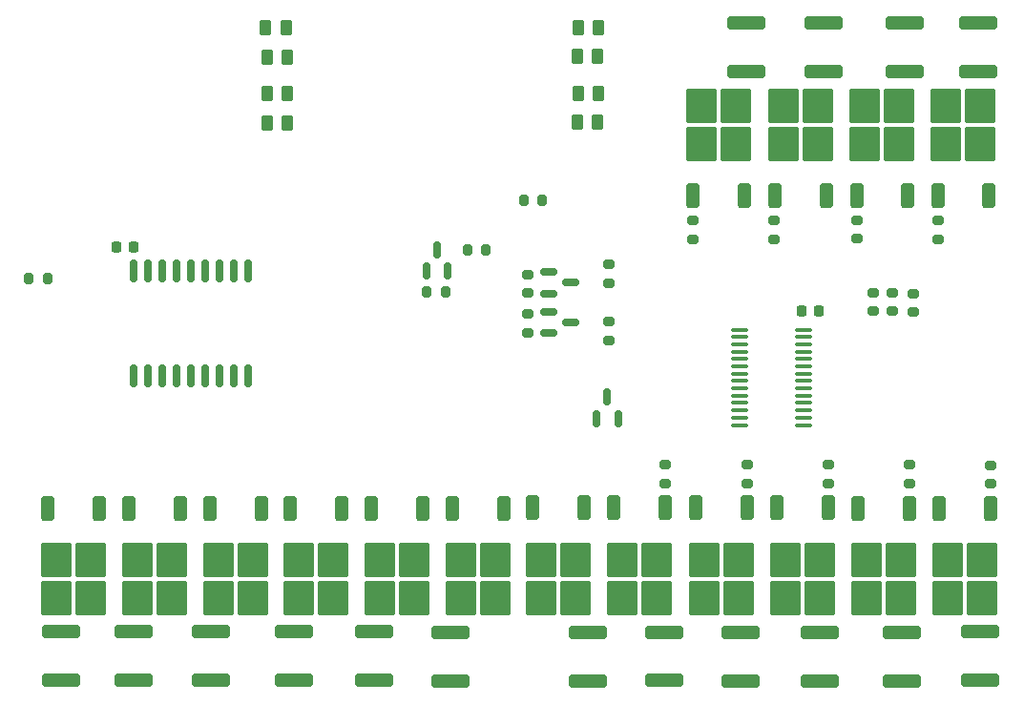
<source format=gbr>
%TF.GenerationSoftware,KiCad,Pcbnew,8.0.0*%
%TF.CreationDate,2024-09-14T23:12:03+02:00*%
%TF.ProjectId,led_stairs_controller,6c65645f-7374-4616-9972-735f636f6e74,V0.4*%
%TF.SameCoordinates,Original*%
%TF.FileFunction,Paste,Top*%
%TF.FilePolarity,Positive*%
%FSLAX46Y46*%
G04 Gerber Fmt 4.6, Leading zero omitted, Abs format (unit mm)*
G04 Created by KiCad (PCBNEW 8.0.0) date 2024-09-14 23:12:03*
%MOMM*%
%LPD*%
G01*
G04 APERTURE LIST*
G04 Aperture macros list*
%AMRoundRect*
0 Rectangle with rounded corners*
0 $1 Rounding radius*
0 $2 $3 $4 $5 $6 $7 $8 $9 X,Y pos of 4 corners*
0 Add a 4 corners polygon primitive as box body*
4,1,4,$2,$3,$4,$5,$6,$7,$8,$9,$2,$3,0*
0 Add four circle primitives for the rounded corners*
1,1,$1+$1,$2,$3*
1,1,$1+$1,$4,$5*
1,1,$1+$1,$6,$7*
1,1,$1+$1,$8,$9*
0 Add four rect primitives between the rounded corners*
20,1,$1+$1,$2,$3,$4,$5,0*
20,1,$1+$1,$4,$5,$6,$7,0*
20,1,$1+$1,$6,$7,$8,$9,0*
20,1,$1+$1,$8,$9,$2,$3,0*%
G04 Aperture macros list end*
%ADD10RoundRect,0.200000X-0.275000X0.200000X-0.275000X-0.200000X0.275000X-0.200000X0.275000X0.200000X0*%
%ADD11RoundRect,0.200000X0.275000X-0.200000X0.275000X0.200000X-0.275000X0.200000X-0.275000X-0.200000X0*%
%ADD12RoundRect,0.100000X-0.637500X-0.100000X0.637500X-0.100000X0.637500X0.100000X-0.637500X0.100000X0*%
%ADD13RoundRect,0.250000X1.450000X-0.312500X1.450000X0.312500X-1.450000X0.312500X-1.450000X-0.312500X0*%
%ADD14RoundRect,0.250000X-0.262500X-0.450000X0.262500X-0.450000X0.262500X0.450000X-0.262500X0.450000X0*%
%ADD15RoundRect,0.250000X-1.450000X0.312500X-1.450000X-0.312500X1.450000X-0.312500X1.450000X0.312500X0*%
%ADD16RoundRect,0.250000X-0.350000X0.850000X-0.350000X-0.850000X0.350000X-0.850000X0.350000X0.850000X0*%
%ADD17RoundRect,0.250000X-1.125000X1.275000X-1.125000X-1.275000X1.125000X-1.275000X1.125000X1.275000X0*%
%ADD18RoundRect,0.225000X-0.225000X-0.250000X0.225000X-0.250000X0.225000X0.250000X-0.225000X0.250000X0*%
%ADD19RoundRect,0.200000X-0.200000X-0.275000X0.200000X-0.275000X0.200000X0.275000X-0.200000X0.275000X0*%
%ADD20RoundRect,0.250000X0.350000X-0.850000X0.350000X0.850000X-0.350000X0.850000X-0.350000X-0.850000X0*%
%ADD21RoundRect,0.250000X1.125000X-1.275000X1.125000X1.275000X-1.125000X1.275000X-1.125000X-1.275000X0*%
%ADD22RoundRect,0.150000X-0.587500X-0.150000X0.587500X-0.150000X0.587500X0.150000X-0.587500X0.150000X0*%
%ADD23RoundRect,0.200000X0.200000X0.275000X-0.200000X0.275000X-0.200000X-0.275000X0.200000X-0.275000X0*%
%ADD24RoundRect,0.150000X0.150000X-0.587500X0.150000X0.587500X-0.150000X0.587500X-0.150000X-0.587500X0*%
%ADD25RoundRect,0.250000X0.262500X0.450000X-0.262500X0.450000X-0.262500X-0.450000X0.262500X-0.450000X0*%
%ADD26RoundRect,0.150000X0.150000X-0.875000X0.150000X0.875000X-0.150000X0.875000X-0.150000X-0.875000X0*%
G04 APERTURE END LIST*
D10*
%TO.C,R8*%
X164020000Y-107575000D03*
X164020000Y-109225000D03*
%TD*%
D11*
%TO.C,R16*%
X166500000Y-87525000D03*
X166500000Y-85875000D03*
%TD*%
D12*
%TO.C,U1*%
X170600000Y-95575000D03*
X170600000Y-96225000D03*
X170600000Y-96875000D03*
X170600000Y-97525000D03*
X170600000Y-98175000D03*
X170600000Y-98825000D03*
X170600000Y-99475000D03*
X170600000Y-100125000D03*
X170600000Y-100775000D03*
X170600000Y-101425000D03*
X170600000Y-102075000D03*
X170600000Y-102725000D03*
X170600000Y-103375000D03*
X170600000Y-104025000D03*
X176325000Y-104025000D03*
X176325000Y-103375000D03*
X176325000Y-102725000D03*
X176325000Y-102075000D03*
X176325000Y-101425000D03*
X176325000Y-100775000D03*
X176325000Y-100125000D03*
X176325000Y-99475000D03*
X176325000Y-98825000D03*
X176325000Y-98175000D03*
X176325000Y-97525000D03*
X176325000Y-96875000D03*
X176325000Y-96225000D03*
X176325000Y-95575000D03*
%TD*%
D13*
%TO.C,F15*%
X178100000Y-72637500D03*
X178100000Y-68362500D03*
%TD*%
D14*
%TO.C,R36*%
X128687500Y-77200000D03*
X130512500Y-77200000D03*
%TD*%
D15*
%TO.C,F2*%
X116900000Y-122362500D03*
X116900000Y-126637500D03*
%TD*%
D10*
%TO.C,R9*%
X171320000Y-107575000D03*
X171320000Y-109225000D03*
%TD*%
D16*
%TO.C,Q1*%
X113800000Y-111400000D03*
D17*
X113045000Y-116025000D03*
X109995000Y-116025000D03*
X113045000Y-119375000D03*
X109995000Y-119375000D03*
D16*
X109240000Y-111400000D03*
%TD*%
D11*
%TO.C,R15*%
X173700000Y-87525000D03*
X173700000Y-85875000D03*
%TD*%
D16*
%TO.C,Q8*%
X164025000Y-111375000D03*
D17*
X163270000Y-116000000D03*
X160220000Y-116000000D03*
X163270000Y-119350000D03*
X160220000Y-119350000D03*
D16*
X159465000Y-111375000D03*
%TD*%
%TO.C,Q6*%
X149680000Y-111400000D03*
D17*
X148925000Y-116025000D03*
X145875000Y-116025000D03*
X148925000Y-119375000D03*
X145875000Y-119375000D03*
D16*
X145120000Y-111400000D03*
%TD*%
D15*
%TO.C,F5*%
X138200000Y-122362500D03*
X138200000Y-126637500D03*
%TD*%
D16*
%TO.C,Q10*%
X178525000Y-111375000D03*
D17*
X177770000Y-116000000D03*
X174720000Y-116000000D03*
X177770000Y-119350000D03*
X174720000Y-119350000D03*
D16*
X173965000Y-111375000D03*
%TD*%
D15*
%TO.C,F12*%
X192000000Y-122362500D03*
X192000000Y-126637500D03*
%TD*%
D10*
%TO.C,R19*%
X151800000Y-94175000D03*
X151800000Y-95825000D03*
%TD*%
D18*
%TO.C,C3*%
X115325000Y-88200000D03*
X116875000Y-88200000D03*
%TD*%
D19*
%TO.C,R17*%
X151475000Y-84100000D03*
X153125000Y-84100000D03*
%TD*%
D16*
%TO.C,Q3*%
X128180000Y-111400000D03*
D17*
X127425000Y-116025000D03*
X124375000Y-116025000D03*
X127425000Y-119375000D03*
X124375000Y-119375000D03*
D16*
X123620000Y-111400000D03*
%TD*%
D13*
%TO.C,F16*%
X171200000Y-72637500D03*
X171200000Y-68362500D03*
%TD*%
D10*
%TO.C,R31*%
X186000000Y-92375000D03*
X186000000Y-94025000D03*
%TD*%
D15*
%TO.C,F8*%
X163900000Y-122425000D03*
X163900000Y-126700000D03*
%TD*%
D20*
%TO.C,Q16*%
X166500000Y-83700000D03*
D21*
X167255000Y-79075000D03*
X170305000Y-79075000D03*
X167255000Y-75725000D03*
X170305000Y-75725000D03*
D20*
X171060000Y-83700000D03*
%TD*%
D22*
%TO.C,Q18*%
X153725000Y-90450000D03*
X153725000Y-92350000D03*
X155600000Y-91400000D03*
%TD*%
D15*
%TO.C,F9*%
X170700000Y-122462500D03*
X170700000Y-126737500D03*
%TD*%
D14*
%TO.C,R37*%
X128687500Y-71400000D03*
X130512500Y-71400000D03*
%TD*%
D10*
%TO.C,R12*%
X192920000Y-107600000D03*
X192920000Y-109250000D03*
%TD*%
%TO.C,R10*%
X178520000Y-107575000D03*
X178520000Y-109225000D03*
%TD*%
D23*
%TO.C,R35*%
X148125000Y-88500000D03*
X146475000Y-88500000D03*
%TD*%
D13*
%TO.C,F13*%
X191800000Y-72637500D03*
X191800000Y-68362500D03*
%TD*%
%TO.C,F14*%
X185300000Y-72637500D03*
X185300000Y-68362500D03*
%TD*%
D11*
%TO.C,R18*%
X159000000Y-96525000D03*
X159000000Y-94875000D03*
%TD*%
D20*
%TO.C,Q15*%
X173740000Y-83700000D03*
D21*
X174495000Y-79075000D03*
X177545000Y-79075000D03*
X174495000Y-75725000D03*
X177545000Y-75725000D03*
D20*
X178300000Y-83700000D03*
%TD*%
D18*
%TO.C,C1*%
X176125000Y-93900000D03*
X177675000Y-93900000D03*
%TD*%
D24*
%TO.C,Q20*%
X142837500Y-90350000D03*
X144737500Y-90350000D03*
X143787500Y-88475000D03*
%TD*%
D25*
%TO.C,R38*%
X158112500Y-68800000D03*
X156287500Y-68800000D03*
%TD*%
D19*
%TO.C,R34*%
X142875000Y-92200000D03*
X144525000Y-92200000D03*
%TD*%
D16*
%TO.C,Q2*%
X120980000Y-111400000D03*
D17*
X120225000Y-116025000D03*
X117175000Y-116025000D03*
X120225000Y-119375000D03*
X117175000Y-119375000D03*
D16*
X116420000Y-111400000D03*
%TD*%
D11*
%TO.C,R14*%
X181000000Y-87500000D03*
X181000000Y-85850000D03*
%TD*%
D25*
%TO.C,R29*%
X158032500Y-77125000D03*
X156207500Y-77125000D03*
%TD*%
D16*
%TO.C,Q4*%
X135300000Y-111400000D03*
D17*
X134545000Y-116025000D03*
X131495000Y-116025000D03*
X134545000Y-119375000D03*
X131495000Y-119375000D03*
D16*
X130740000Y-111400000D03*
%TD*%
%TO.C,Q11*%
X185700000Y-111400000D03*
D17*
X184945000Y-116025000D03*
X181895000Y-116025000D03*
X184945000Y-119375000D03*
X181895000Y-119375000D03*
D16*
X181140000Y-111400000D03*
%TD*%
D10*
%TO.C,R20*%
X151800000Y-90675000D03*
X151800000Y-92325000D03*
%TD*%
D14*
%TO.C,R24*%
X128587500Y-68800000D03*
X130412500Y-68800000D03*
%TD*%
D15*
%TO.C,F11*%
X185000000Y-122462500D03*
X185000000Y-126737500D03*
%TD*%
D16*
%TO.C,Q5*%
X142480000Y-111400000D03*
D17*
X141725000Y-116025000D03*
X138675000Y-116025000D03*
X141725000Y-119375000D03*
X138675000Y-119375000D03*
D16*
X137920000Y-111400000D03*
%TD*%
D15*
%TO.C,F6*%
X145000000Y-122462500D03*
X145000000Y-126737500D03*
%TD*%
D22*
%TO.C,Q17*%
X153725000Y-93950000D03*
X153725000Y-95850000D03*
X155600000Y-94900000D03*
%TD*%
D14*
%TO.C,R25*%
X128687500Y-74600000D03*
X130512500Y-74600000D03*
%TD*%
D24*
%TO.C,Q19*%
X157937500Y-103437500D03*
X159837500Y-103437500D03*
X158887500Y-101562500D03*
%TD*%
D15*
%TO.C,F10*%
X177700000Y-122462500D03*
X177700000Y-126737500D03*
%TD*%
D11*
%TO.C,R13*%
X188200000Y-87525000D03*
X188200000Y-85875000D03*
%TD*%
D10*
%TO.C,R32*%
X184200000Y-92275000D03*
X184200000Y-93925000D03*
%TD*%
D25*
%TO.C,R28*%
X158032500Y-71325000D03*
X156207500Y-71325000D03*
%TD*%
D10*
%TO.C,R30*%
X182500000Y-92275000D03*
X182500000Y-93925000D03*
%TD*%
D16*
%TO.C,Q7*%
X156825000Y-111375000D03*
D17*
X156070000Y-116000000D03*
X153020000Y-116000000D03*
X156070000Y-119350000D03*
X153020000Y-119350000D03*
D16*
X152265000Y-111375000D03*
%TD*%
D20*
%TO.C,Q14*%
X181000000Y-83700000D03*
D21*
X181755000Y-79075000D03*
X184805000Y-79075000D03*
X181755000Y-75725000D03*
X184805000Y-75725000D03*
D20*
X185560000Y-83700000D03*
%TD*%
D15*
%TO.C,F1*%
X110400000Y-122362500D03*
X110400000Y-126637500D03*
%TD*%
D10*
%TO.C,R11*%
X185720000Y-107575000D03*
X185720000Y-109225000D03*
%TD*%
D16*
%TO.C,Q12*%
X192925000Y-111400000D03*
D17*
X192170000Y-116025000D03*
X189120000Y-116025000D03*
X192170000Y-119375000D03*
X189120000Y-119375000D03*
D16*
X188365000Y-111400000D03*
%TD*%
D20*
%TO.C,Q13*%
X188200000Y-83700000D03*
D21*
X188955000Y-79075000D03*
X192005000Y-79075000D03*
X188955000Y-75725000D03*
X192005000Y-75725000D03*
D20*
X192760000Y-83700000D03*
%TD*%
D19*
%TO.C,R33*%
X107575000Y-91000000D03*
X109225000Y-91000000D03*
%TD*%
D15*
%TO.C,F3*%
X123700000Y-122362500D03*
X123700000Y-126637500D03*
%TD*%
%TO.C,F4*%
X131100000Y-122362500D03*
X131100000Y-126637500D03*
%TD*%
D26*
%TO.C,U4*%
X116882500Y-99650000D03*
X118152500Y-99650000D03*
X119422500Y-99650000D03*
X120692500Y-99650000D03*
X121962500Y-99650000D03*
X123232500Y-99650000D03*
X124502500Y-99650000D03*
X125772500Y-99650000D03*
X127042500Y-99650000D03*
X127042500Y-90350000D03*
X125772500Y-90350000D03*
X124502500Y-90350000D03*
X123232500Y-90350000D03*
X121962500Y-90350000D03*
X120692500Y-90350000D03*
X119422500Y-90350000D03*
X118152500Y-90350000D03*
X116882500Y-90350000D03*
%TD*%
D25*
%TO.C,R39*%
X158112500Y-74600000D03*
X156287500Y-74600000D03*
%TD*%
D15*
%TO.C,F7*%
X157200000Y-122462500D03*
X157200000Y-126737500D03*
%TD*%
D16*
%TO.C,Q9*%
X171275000Y-111375000D03*
D17*
X170520000Y-116000000D03*
X167470000Y-116000000D03*
X170520000Y-119350000D03*
X167470000Y-119350000D03*
D16*
X166715000Y-111375000D03*
%TD*%
D10*
%TO.C,R21*%
X159000000Y-89775000D03*
X159000000Y-91425000D03*
%TD*%
M02*

</source>
